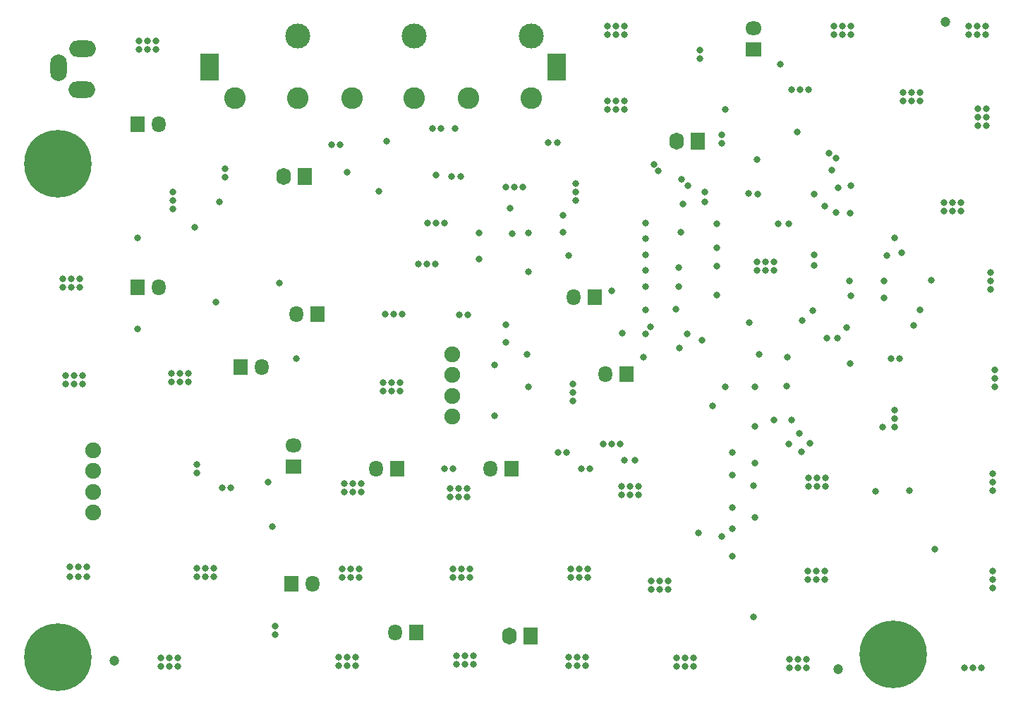
<source format=gbs>
%FSLAX25Y25*%
%MOIN*%
G70*
G01*
G75*
G04 Layer_Color=16711935*
%ADD10C,0.01969*%
%ADD11R,0.03543X0.03150*%
%ADD12R,0.03150X0.03543*%
%ADD13R,0.04724X0.08661*%
%ADD14R,0.13780X0.08661*%
%ADD15R,0.05512X0.03937*%
%ADD16R,0.03937X0.05512*%
%ADD17R,0.18110X0.07087*%
%ADD18O,0.00709X0.06299*%
%ADD19O,0.06299X0.00709*%
%ADD20O,0.04921X0.01575*%
%ADD21R,0.05118X0.04724*%
%ADD22R,0.04724X0.05118*%
%ADD23R,0.04331X0.03937*%
%ADD24R,0.03937X0.04331*%
%ADD25O,0.08661X0.02362*%
%ADD26R,0.08661X0.02362*%
%ADD27R,0.07874X0.21654*%
%ADD28R,0.03937X0.02362*%
%ADD29C,0.02000*%
%ADD30C,0.00600*%
%ADD31C,0.00787*%
%ADD32C,0.00700*%
%ADD33C,0.04000*%
%ADD34C,0.01000*%
%ADD35C,0.01500*%
%ADD36C,0.31032*%
%ADD37C,0.11024*%
%ADD38C,0.09449*%
%ADD39R,0.07874X0.11811*%
%ADD40O,0.05906X0.07087*%
%ADD41R,0.05906X0.07087*%
%ADD42O,0.05512X0.06693*%
%ADD43R,0.05512X0.06693*%
%ADD44O,0.06693X0.05512*%
%ADD45R,0.06693X0.05512*%
%ADD46C,0.06693*%
%ADD47C,0.03937*%
%ADD48O,0.11811X0.07000*%
%ADD49O,0.07000X0.11811*%
%ADD50C,0.02500*%
%ADD51C,0.08000*%
%ADD52C,0.00800*%
%ADD53C,0.00984*%
%ADD54C,0.02362*%
%ADD55R,0.03937X0.03937*%
%ADD56C,0.02769*%
%ADD57R,0.04343X0.03950*%
%ADD58R,0.03950X0.04343*%
%ADD59R,0.05524X0.09461*%
%ADD60R,0.14579X0.09461*%
%ADD61R,0.06112X0.04537*%
%ADD62R,0.04537X0.06112*%
%ADD63R,0.18910X0.07887*%
%ADD64O,0.01509X0.07099*%
%ADD65O,0.07099X0.01509*%
%ADD66O,0.05721X0.02375*%
%ADD67R,0.05918X0.05524*%
%ADD68R,0.05524X0.05918*%
%ADD69R,0.05131X0.04737*%
%ADD70R,0.04737X0.05131*%
%ADD71O,0.09461X0.03162*%
%ADD72R,0.09461X0.03162*%
%ADD73R,0.08674X0.22453*%
%ADD74R,0.04737X0.03162*%
%ADD75C,0.31832*%
%ADD76C,0.11824*%
%ADD77C,0.10249*%
%ADD78R,0.08674X0.12611*%
%ADD79O,0.06906X0.08087*%
%ADD80R,0.06906X0.08087*%
%ADD81O,0.06512X0.07693*%
%ADD82R,0.06512X0.07693*%
%ADD83O,0.07693X0.06512*%
%ADD84R,0.07693X0.06512*%
%ADD85C,0.07493*%
%ADD86C,0.04737*%
%ADD87O,0.12611X0.07800*%
%ADD88O,0.07800X0.12611*%
%ADD89C,0.03300*%
D75*
X5033873Y4224094D02*
D03*
X4639148Y4222480D02*
D03*
X4639148Y4455512D02*
D03*
D76*
X4752337Y4515962D02*
D03*
X4807455D02*
D03*
X4862573D02*
D03*
D77*
X4722810Y4486435D02*
D03*
X4752337D02*
D03*
X4777928D02*
D03*
X4807455D02*
D03*
X4833046D02*
D03*
X4862573D02*
D03*
D78*
X4874581Y4501199D02*
D03*
X4710802D02*
D03*
D79*
X4745869Y4449491D02*
D03*
X4852424Y4232697D02*
D03*
X4931369Y4466189D02*
D03*
D80*
X4755869Y4449491D02*
D03*
X4862424Y4232697D02*
D03*
X4941369Y4466189D02*
D03*
D81*
X4735369Y4359689D02*
D03*
X4751869Y4384689D02*
D03*
X4789369Y4311689D02*
D03*
X4686869Y4474189D02*
D03*
X4686869Y4397189D02*
D03*
X4759369Y4257189D02*
D03*
X4843369Y4311689D02*
D03*
X4882869Y4392689D02*
D03*
X4897869Y4356189D02*
D03*
X4798424Y4234189D02*
D03*
D82*
X4725369Y4359689D02*
D03*
X4761869Y4384689D02*
D03*
X4799369Y4311689D02*
D03*
X4676869Y4474189D02*
D03*
X4676869Y4397189D02*
D03*
X4749369Y4257189D02*
D03*
X4853369Y4311689D02*
D03*
X4892869Y4392689D02*
D03*
X4907869Y4356189D02*
D03*
X4808424Y4234189D02*
D03*
D83*
X4750369Y4322689D02*
D03*
X4967869Y4519689D02*
D03*
D84*
X4750369Y4312689D02*
D03*
X4967869Y4509689D02*
D03*
D85*
X4655869Y4320374D02*
D03*
Y4310532D02*
D03*
Y4300689D02*
D03*
Y4290847D02*
D03*
X4825369Y4336161D02*
D03*
Y4346004D02*
D03*
Y4355846D02*
D03*
Y4365689D02*
D03*
D86*
X4665769Y4220789D02*
D03*
X5007769Y4217089D02*
D03*
X5058469Y4522589D02*
D03*
D87*
X4650626Y4509860D02*
D03*
X4650526Y4490569D02*
D03*
D88*
X4639503Y4500805D02*
D03*
D89*
X4676869Y4420484D02*
D03*
X4983569Y4364389D02*
D03*
X4930969Y4386789D02*
D03*
X4918969Y4378489D02*
D03*
X4916869Y4375189D02*
D03*
X4703676Y4425689D02*
D03*
X4676869Y4377689D02*
D03*
X4741888Y4237189D02*
D03*
Y4233189D02*
D03*
X5067369Y4217689D02*
D03*
X5071369D02*
D03*
X5075369D02*
D03*
X5013369Y4361189D02*
D03*
X4984369Y4323189D02*
D03*
X4985869Y4334689D02*
D03*
X4977369D02*
D03*
X4989369Y4328189D02*
D03*
X4968369Y4350189D02*
D03*
X4911869Y4315689D02*
D03*
X4906869D02*
D03*
X5007869Y4444189D02*
D03*
X4984369Y4427189D02*
D03*
X4979369D02*
D03*
X4996369Y4407689D02*
D03*
Y4412689D02*
D03*
X4990869Y4381689D02*
D03*
X4995869Y4386189D02*
D03*
X4965869Y4380689D02*
D03*
X4950369Y4427189D02*
D03*
Y4393689D02*
D03*
Y4416004D02*
D03*
X4933369Y4423189D02*
D03*
X4904869Y4323189D02*
D03*
X4900869D02*
D03*
X4896869D02*
D03*
X4693369Y4434189D02*
D03*
Y4438189D02*
D03*
Y4442189D02*
D03*
X4740369Y4284189D02*
D03*
X4716869Y4302689D02*
D03*
X4720869D02*
D03*
X4704869Y4313689D02*
D03*
Y4309689D02*
D03*
X4738369Y4305189D02*
D03*
X4915869Y4364189D02*
D03*
X4950369Y4407189D02*
D03*
X4715369Y4437689D02*
D03*
X4861369Y4350189D02*
D03*
X4860869Y4365689D02*
D03*
X5007369Y4373189D02*
D03*
X5002369D02*
D03*
X4916869Y4405189D02*
D03*
Y4412689D02*
D03*
X4996369Y4441189D02*
D03*
X5001369Y4435689D02*
D03*
X4916869Y4427689D02*
D03*
Y4420189D02*
D03*
X4969369Y4457689D02*
D03*
X4920869Y4455189D02*
D03*
X4952869Y4465189D02*
D03*
Y4469189D02*
D03*
X4922869Y4452189D02*
D03*
X5006869Y4458189D02*
D03*
X5037869Y4413689D02*
D03*
X4948369Y4341189D02*
D03*
X4994369Y4323689D02*
D03*
X4983369Y4350689D02*
D03*
X5041369Y4301189D02*
D03*
X5003369Y4460689D02*
D03*
X4957869Y4270189D02*
D03*
Y4319189D02*
D03*
X4990369Y4319689D02*
D03*
X4957869Y4308689D02*
D03*
Y4283189D02*
D03*
Y4293189D02*
D03*
X5032869Y4363689D02*
D03*
X5036869D02*
D03*
X5043369Y4379189D02*
D03*
X5034369Y4339189D02*
D03*
Y4335189D02*
D03*
Y4331189D02*
D03*
X5030869Y4412189D02*
D03*
X5029369Y4392189D02*
D03*
X5046369Y4386689D02*
D03*
X5029369Y4400189D02*
D03*
X5034369Y4420689D02*
D03*
X5051869Y4400689D02*
D03*
X4985869Y4490689D02*
D03*
X4989869D02*
D03*
X4993869D02*
D03*
X4858869Y4444689D02*
D03*
X4854869D02*
D03*
X4850869D02*
D03*
X4817369Y4408189D02*
D03*
X4813369D02*
D03*
X4809369D02*
D03*
X4813869Y4427689D02*
D03*
X4817869D02*
D03*
X4821869D02*
D03*
X4801869Y4384689D02*
D03*
X4797869D02*
D03*
X4793869D02*
D03*
X4828869Y4384189D02*
D03*
X4832869D02*
D03*
X5079869Y4404189D02*
D03*
Y4400189D02*
D03*
Y4396189D02*
D03*
X5081869Y4358189D02*
D03*
Y4354189D02*
D03*
Y4350189D02*
D03*
X5080869Y4255189D02*
D03*
Y4259189D02*
D03*
Y4263189D02*
D03*
Y4309189D02*
D03*
Y4305189D02*
D03*
Y4301189D02*
D03*
X4969369Y4405189D02*
D03*
X4973369D02*
D03*
X4977369D02*
D03*
Y4409189D02*
D03*
X4973369D02*
D03*
X4969369D02*
D03*
X5057869Y4433189D02*
D03*
X5061869D02*
D03*
X5065869D02*
D03*
Y4437189D02*
D03*
X5061869D02*
D03*
X5057869D02*
D03*
X5038369Y4485189D02*
D03*
X5042369D02*
D03*
X5046369D02*
D03*
Y4489189D02*
D03*
X5042369D02*
D03*
X5038369D02*
D03*
X5073869Y4481689D02*
D03*
Y4477689D02*
D03*
Y4473689D02*
D03*
X5077869D02*
D03*
Y4477689D02*
D03*
Y4481689D02*
D03*
X5077369Y4520689D02*
D03*
X5073369D02*
D03*
X5069369D02*
D03*
Y4516689D02*
D03*
X5073369D02*
D03*
X5077369D02*
D03*
X5013869Y4520689D02*
D03*
X5009869D02*
D03*
X5005869D02*
D03*
Y4516689D02*
D03*
X5009869D02*
D03*
X5013869D02*
D03*
X4906869Y4485189D02*
D03*
X4902869D02*
D03*
X4898869D02*
D03*
Y4481189D02*
D03*
X4902869D02*
D03*
X4906869D02*
D03*
Y4520689D02*
D03*
X4902869D02*
D03*
X4898869D02*
D03*
Y4516689D02*
D03*
X4902869D02*
D03*
X4906869D02*
D03*
X4685369Y4513689D02*
D03*
X4681369D02*
D03*
X4677369D02*
D03*
Y4509689D02*
D03*
X4681369D02*
D03*
X4685369D02*
D03*
X4826869Y4472189D02*
D03*
X4790869Y4442689D02*
D03*
X4713869Y4390189D02*
D03*
X4775569Y4451689D02*
D03*
X4817869Y4450189D02*
D03*
X4913369Y4303189D02*
D03*
X4909369D02*
D03*
X4905369D02*
D03*
Y4299189D02*
D03*
X4909369D02*
D03*
X4913369D02*
D03*
X4832369Y4302189D02*
D03*
X4828369D02*
D03*
X4824369D02*
D03*
Y4298189D02*
D03*
X4828369D02*
D03*
X4832369D02*
D03*
X4782369Y4304689D02*
D03*
X4778369D02*
D03*
X4774369D02*
D03*
Y4300689D02*
D03*
X4778369D02*
D03*
X4782369D02*
D03*
X4800869Y4352189D02*
D03*
X4796869D02*
D03*
X4792869D02*
D03*
Y4348189D02*
D03*
X4796869D02*
D03*
X4800869D02*
D03*
X4700869Y4356689D02*
D03*
X4696869D02*
D03*
X4692869D02*
D03*
Y4352689D02*
D03*
X4696869D02*
D03*
X4700869D02*
D03*
X4649369Y4401189D02*
D03*
X4645369D02*
D03*
X4641369D02*
D03*
Y4397189D02*
D03*
X4645369D02*
D03*
X4649369D02*
D03*
X4650869Y4355689D02*
D03*
X4646869D02*
D03*
X4642869D02*
D03*
Y4351689D02*
D03*
X4646869D02*
D03*
X4650869D02*
D03*
X5001869Y4307189D02*
D03*
X4997869D02*
D03*
X4993869D02*
D03*
Y4303189D02*
D03*
X4997869D02*
D03*
X5001869D02*
D03*
X5001369Y4263189D02*
D03*
X4997369D02*
D03*
X4993369D02*
D03*
Y4259189D02*
D03*
X4997369D02*
D03*
X5001369D02*
D03*
X4927369Y4258689D02*
D03*
X4923369D02*
D03*
X4919369D02*
D03*
Y4254689D02*
D03*
X4923369D02*
D03*
X4927369D02*
D03*
X4992869Y4221689D02*
D03*
X4988869D02*
D03*
X4984869D02*
D03*
Y4217689D02*
D03*
X4988869D02*
D03*
X4992869D02*
D03*
X4939369Y4222189D02*
D03*
X4935369D02*
D03*
X4931369D02*
D03*
Y4218189D02*
D03*
X4935369D02*
D03*
X4939369D02*
D03*
X4888369Y4222689D02*
D03*
X4884369D02*
D03*
X4880369D02*
D03*
Y4218689D02*
D03*
X4884369D02*
D03*
X4888369D02*
D03*
X4889369Y4264189D02*
D03*
X4885369D02*
D03*
X4881369D02*
D03*
Y4260189D02*
D03*
X4885369D02*
D03*
X4889369D02*
D03*
X4833869Y4264189D02*
D03*
X4829869D02*
D03*
X4825869D02*
D03*
Y4260189D02*
D03*
X4829869D02*
D03*
X4833869D02*
D03*
X4835369Y4223189D02*
D03*
X4831369D02*
D03*
X4827369D02*
D03*
Y4219189D02*
D03*
X4831369D02*
D03*
X4835369D02*
D03*
X4779869Y4222689D02*
D03*
X4775869D02*
D03*
X4771869D02*
D03*
Y4218689D02*
D03*
X4775869D02*
D03*
X4779869D02*
D03*
X4695869Y4222189D02*
D03*
X4691869D02*
D03*
X4687869D02*
D03*
Y4218189D02*
D03*
X4691869D02*
D03*
X4695869D02*
D03*
X4781369Y4260189D02*
D03*
X4777369D02*
D03*
X4773369D02*
D03*
X4712869Y4260689D02*
D03*
X4708869D02*
D03*
X4704869D02*
D03*
X4644869D02*
D03*
X4648869D02*
D03*
X4652869D02*
D03*
X4773369Y4264189D02*
D03*
X4777369D02*
D03*
X4781369D02*
D03*
X4704869Y4264689D02*
D03*
X4708869D02*
D03*
X4712869D02*
D03*
X4652869Y4265189D02*
D03*
X4648869D02*
D03*
X4644869D02*
D03*
X4934369Y4436689D02*
D03*
X4944869Y4437689D02*
D03*
X4933869Y4448189D02*
D03*
X4821869Y4311689D02*
D03*
X4825869D02*
D03*
X4886369Y4311636D02*
D03*
X4879369Y4319189D02*
D03*
X4936369Y4375189D02*
D03*
X4932869Y4368689D02*
D03*
X5013869Y4445189D02*
D03*
X4980369Y4502689D02*
D03*
X4944869Y4442189D02*
D03*
X5006869Y4432689D02*
D03*
X5013509Y4432330D02*
D03*
X5013869Y4393189D02*
D03*
X4890369Y4311636D02*
D03*
X4875369Y4319189D02*
D03*
X4942369Y4509189D02*
D03*
X4743707Y4399339D02*
D03*
X4751869Y4363689D02*
D03*
X4717963Y4453256D02*
D03*
X4820097Y4472195D02*
D03*
X4861369Y4404689D02*
D03*
X4861317Y4423058D02*
D03*
X4838109Y4410689D02*
D03*
Y4423058D02*
D03*
X4852869Y4434689D02*
D03*
X4853869Y4422689D02*
D03*
X4772436Y4464689D02*
D03*
X4829274Y4449689D02*
D03*
X4943369Y4372189D02*
D03*
X4954331Y4481207D02*
D03*
X4988369Y4470689D02*
D03*
X5004887Y4452707D02*
D03*
X4969869Y4441189D02*
D03*
X4965369Y4441689D02*
D03*
X5013052Y4400189D02*
D03*
X5011869Y4378189D02*
D03*
X4845369Y4336689D02*
D03*
X4916869Y4397689D02*
D03*
X4905869Y4375689D02*
D03*
X4845369Y4360689D02*
D03*
X4850869Y4379689D02*
D03*
X4916869Y4386689D02*
D03*
X4932369Y4397689D02*
D03*
Y4406689D02*
D03*
X4936869Y4445189D02*
D03*
X4954369Y4350189D02*
D03*
X4967869Y4241689D02*
D03*
X4970369Y4365689D02*
D03*
X4952869Y4279689D02*
D03*
X4941869Y4281189D02*
D03*
X4967869Y4303689D02*
D03*
X4968387Y4288689D02*
D03*
X4968369Y4314189D02*
D03*
Y4331689D02*
D03*
X5053369Y4273689D02*
D03*
X5025469Y4300984D02*
D03*
X4880369Y4412189D02*
D03*
X5028869Y4331189D02*
D03*
X4882369Y4351689D02*
D03*
Y4347689D02*
D03*
Y4343689D02*
D03*
X4883869Y4438189D02*
D03*
Y4442189D02*
D03*
Y4446189D02*
D03*
X4877869Y4431189D02*
D03*
Y4423189D02*
D03*
X4794369Y4466189D02*
D03*
X4850869Y4371189D02*
D03*
X4900869Y4395689D02*
D03*
X4768302Y4464689D02*
D03*
X4815963Y4472195D02*
D03*
X4825140Y4449689D02*
D03*
X4717963Y4449122D02*
D03*
X4942369Y4505189D02*
D03*
X4870802Y4465689D02*
D03*
X4874936D02*
D03*
M02*

</source>
